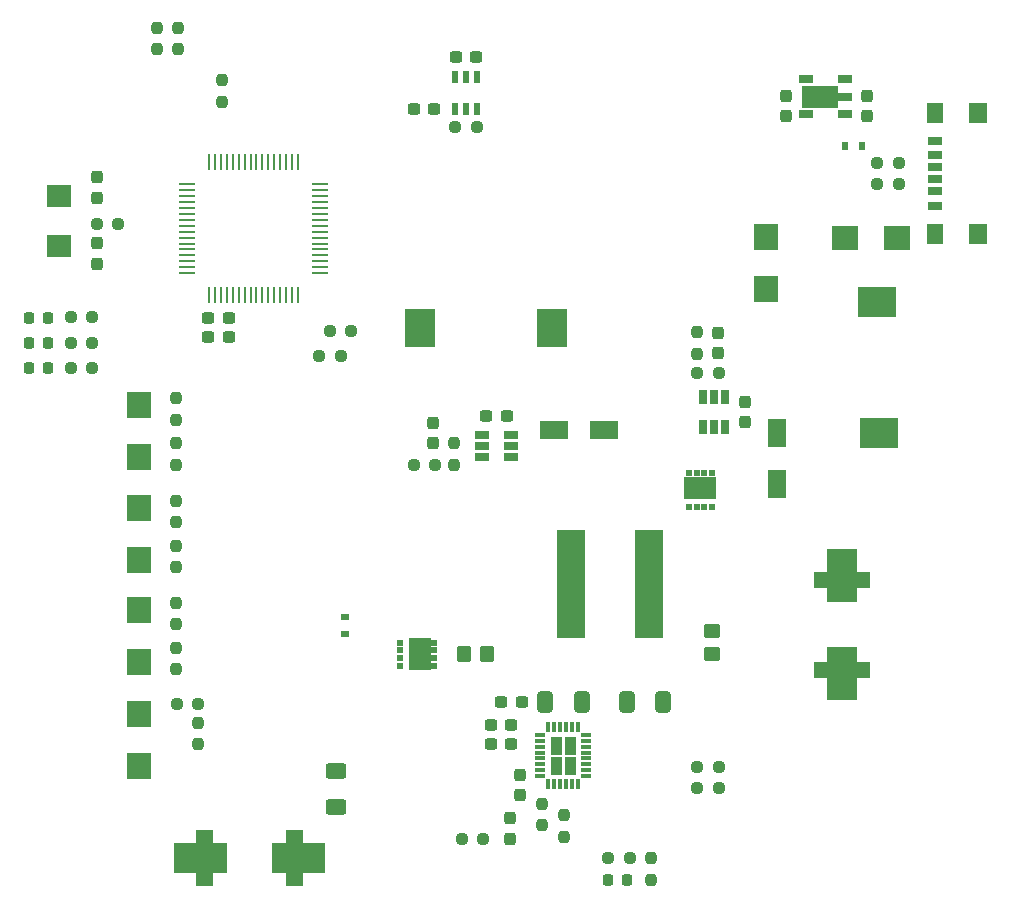
<source format=gtp>
G04 #@! TF.GenerationSoftware,KiCad,Pcbnew,7.0.2-6a45011f42~172~ubuntu20.04.1*
G04 #@! TF.CreationDate,2023-05-04T18:05:18+02:00*
G04 #@! TF.ProjectId,EPS,4550532e-6b69-4636-9164-5f7063625858,v1.0.1*
G04 #@! TF.SameCoordinates,Original*
G04 #@! TF.FileFunction,Paste,Top*
G04 #@! TF.FilePolarity,Positive*
%FSLAX46Y46*%
G04 Gerber Fmt 4.6, Leading zero omitted, Abs format (unit mm)*
G04 Created by KiCad (PCBNEW 7.0.2-6a45011f42~172~ubuntu20.04.1) date 2023-05-04 18:05:18*
%MOMM*%
%LPD*%
G01*
G04 APERTURE LIST*
G04 Aperture macros list*
%AMRoundRect*
0 Rectangle with rounded corners*
0 $1 Rounding radius*
0 $2 $3 $4 $5 $6 $7 $8 $9 X,Y pos of 4 corners*
0 Add a 4 corners polygon primitive as box body*
4,1,4,$2,$3,$4,$5,$6,$7,$8,$9,$2,$3,0*
0 Add four circle primitives for the rounded corners*
1,1,$1+$1,$2,$3*
1,1,$1+$1,$4,$5*
1,1,$1+$1,$6,$7*
1,1,$1+$1,$8,$9*
0 Add four rect primitives between the rounded corners*
20,1,$1+$1,$2,$3,$4,$5,0*
20,1,$1+$1,$4,$5,$6,$7,0*
20,1,$1+$1,$6,$7,$8,$9,0*
20,1,$1+$1,$8,$9,$2,$3,0*%
G04 Aperture macros list end*
%ADD10C,0.010000*%
%ADD11RoundRect,0.237500X-0.237500X0.300000X-0.237500X-0.300000X0.237500X-0.300000X0.237500X0.300000X0*%
%ADD12RoundRect,0.237500X-0.237500X0.250000X-0.237500X-0.250000X0.237500X-0.250000X0.237500X0.250000X0*%
%ADD13R,2.350000X1.550000*%
%ADD14R,2.390000X9.210000*%
%ADD15RoundRect,0.237500X0.300000X0.237500X-0.300000X0.237500X-0.300000X-0.237500X0.300000X-0.237500X0*%
%ADD16RoundRect,0.237500X0.250000X0.237500X-0.250000X0.237500X-0.250000X-0.237500X0.250000X-0.237500X0*%
%ADD17R,1.250000X0.650000*%
%ADD18RoundRect,0.237500X0.237500X-0.250000X0.237500X0.250000X-0.237500X0.250000X-0.237500X-0.250000X0*%
%ADD19RoundRect,0.218750X-0.218750X-0.256250X0.218750X-0.256250X0.218750X0.256250X-0.218750X0.256250X0*%
%ADD20R,0.600000X0.700000*%
%ADD21RoundRect,0.250000X-0.412500X-0.650000X0.412500X-0.650000X0.412500X0.650000X-0.412500X0.650000X0*%
%ADD22RoundRect,0.237500X0.237500X-0.300000X0.237500X0.300000X-0.237500X0.300000X-0.237500X-0.300000X0*%
%ADD23R,0.470000X0.500000*%
%ADD24R,0.470000X0.550000*%
%ADD25R,2.700000X1.850000*%
%ADD26RoundRect,0.250000X-0.450000X0.350000X-0.450000X-0.350000X0.450000X-0.350000X0.450000X0.350000X0*%
%ADD27R,1.200000X0.700000*%
%ADD28R,1.200000X0.760000*%
%ADD29R,1.200000X0.800000*%
%ADD30R,1.350000X1.800000*%
%ADD31R,1.500000X1.800000*%
%ADD32RoundRect,0.250000X-0.350000X-0.450000X0.350000X-0.450000X0.350000X0.450000X-0.350000X0.450000X0*%
%ADD33RoundRect,0.018900X-0.411100X-0.116100X0.411100X-0.116100X0.411100X0.116100X-0.411100X0.116100X0*%
%ADD34RoundRect,0.018900X0.116100X-0.411100X0.116100X0.411100X-0.116100X0.411100X-0.116100X-0.411100X0*%
%ADD35RoundRect,0.018900X0.411100X0.116100X-0.411100X0.116100X-0.411100X-0.116100X0.411100X-0.116100X0*%
%ADD36RoundRect,0.018900X-0.116100X0.411100X-0.116100X-0.411100X0.116100X-0.411100X0.116100X0.411100X0*%
%ADD37R,3.200000X2.600000*%
%ADD38RoundRect,0.237500X-0.250000X-0.237500X0.250000X-0.237500X0.250000X0.237500X-0.250000X0.237500X0*%
%ADD39RoundRect,0.237500X-0.300000X-0.237500X0.300000X-0.237500X0.300000X0.237500X-0.300000X0.237500X0*%
%ADD40R,2.200000X2.150000*%
%ADD41R,0.650000X1.250000*%
%ADD42R,2.150000X2.200000*%
%ADD43R,1.200000X0.680000*%
%ADD44R,3.050000X1.930000*%
%ADD45R,1.550000X2.350000*%
%ADD46R,2.108200X1.879600*%
%ADD47R,0.700000X0.600000*%
%ADD48RoundRect,0.250000X0.412500X0.650000X-0.412500X0.650000X-0.412500X-0.650000X0.412500X-0.650000X0*%
%ADD49R,0.550000X1.000000*%
%ADD50RoundRect,0.250000X-0.625000X0.400000X-0.625000X-0.400000X0.625000X-0.400000X0.625000X0.400000X0*%
%ADD51R,1.473200X0.279400*%
%ADD52R,0.279400X1.473200*%
%ADD53R,0.500000X0.470000*%
%ADD54R,0.550000X0.470000*%
%ADD55R,1.850000X2.700000*%
%ADD56R,2.600000X3.200000*%
G04 APERTURE END LIST*
D10*
X153464100Y-128779600D02*
X152584100Y-128779600D01*
X152584100Y-127399600D01*
X153464100Y-127399600D01*
X153464100Y-128779600D01*
G36*
X153464100Y-128779600D02*
G01*
X152584100Y-128779600D01*
X152584100Y-127399600D01*
X153464100Y-127399600D01*
X153464100Y-128779600D01*
G37*
X154644100Y-127099600D02*
X153764100Y-127099600D01*
X153764100Y-125719600D01*
X154644100Y-125719600D01*
X154644100Y-127099600D01*
G36*
X154644100Y-127099600D02*
G01*
X153764100Y-127099600D01*
X153764100Y-125719600D01*
X154644100Y-125719600D01*
X154644100Y-127099600D01*
G37*
X154644100Y-128779600D02*
X153764100Y-128779600D01*
X153764100Y-127399600D01*
X154644100Y-127399600D01*
X154644100Y-128779600D01*
G36*
X154644100Y-128779600D02*
G01*
X153764100Y-128779600D01*
X153764100Y-127399600D01*
X154644100Y-127399600D01*
X154644100Y-128779600D01*
G37*
X153464100Y-127099600D02*
X152584100Y-127099600D01*
X152584100Y-125719600D01*
X153464100Y-125719600D01*
X153464100Y-127099600D01*
G36*
X153464100Y-127099600D02*
G01*
X152584100Y-127099600D01*
X152584100Y-125719600D01*
X153464100Y-125719600D01*
X153464100Y-127099600D01*
G37*
X123887100Y-134614600D02*
X125087100Y-134614600D01*
X125087100Y-137114600D01*
X123887100Y-137114600D01*
X123887100Y-138214600D01*
X122587100Y-138214600D01*
X122587100Y-137114600D01*
X120687100Y-137114600D01*
X120687100Y-134614600D01*
X122587100Y-134614600D01*
X122587100Y-133514600D01*
X123887100Y-133514600D01*
X123887100Y-134614600D01*
G36*
X123887100Y-134614600D02*
G01*
X125087100Y-134614600D01*
X125087100Y-137114600D01*
X123887100Y-137114600D01*
X123887100Y-138214600D01*
X122587100Y-138214600D01*
X122587100Y-137114600D01*
X120687100Y-137114600D01*
X120687100Y-134614600D01*
X122587100Y-134614600D01*
X122587100Y-133514600D01*
X123887100Y-133514600D01*
X123887100Y-134614600D01*
G37*
X131487100Y-134614600D02*
X133387100Y-134614600D01*
X133387100Y-137114600D01*
X131487100Y-137114600D01*
X131487100Y-138214600D01*
X130187100Y-138214600D01*
X130187100Y-137114600D01*
X128987100Y-137114600D01*
X128987100Y-134614600D01*
X130187100Y-134614600D01*
X130187100Y-133514600D01*
X131487100Y-133514600D01*
X131487100Y-134614600D01*
G36*
X131487100Y-134614600D02*
G01*
X133387100Y-134614600D01*
X133387100Y-137114600D01*
X131487100Y-137114600D01*
X131487100Y-138214600D01*
X130187100Y-138214600D01*
X130187100Y-137114600D01*
X128987100Y-137114600D01*
X128987100Y-134614600D01*
X130187100Y-134614600D01*
X130187100Y-133514600D01*
X131487100Y-133514600D01*
X131487100Y-134614600D01*
G37*
X178452100Y-119294600D02*
X179552100Y-119294600D01*
X179552100Y-120594600D01*
X178452100Y-120594600D01*
X178452100Y-122494600D01*
X175952100Y-122494600D01*
X175952100Y-120594600D01*
X174852100Y-120594600D01*
X174852100Y-119294600D01*
X175952100Y-119294600D01*
X175952100Y-118094600D01*
X178452100Y-118094600D01*
X178452100Y-119294600D01*
G36*
X178452100Y-119294600D02*
G01*
X179552100Y-119294600D01*
X179552100Y-120594600D01*
X178452100Y-120594600D01*
X178452100Y-122494600D01*
X175952100Y-122494600D01*
X175952100Y-120594600D01*
X174852100Y-120594600D01*
X174852100Y-119294600D01*
X175952100Y-119294600D01*
X175952100Y-118094600D01*
X178452100Y-118094600D01*
X178452100Y-119294600D01*
G37*
X178452100Y-111694600D02*
X179552100Y-111694600D01*
X179552100Y-112994600D01*
X178452100Y-112994600D01*
X178452100Y-114194600D01*
X175952100Y-114194600D01*
X175952100Y-112994600D01*
X174852100Y-112994600D01*
X174852100Y-111694600D01*
X175952100Y-111694600D01*
X175952100Y-109794600D01*
X178452100Y-109794600D01*
X178452100Y-111694600D01*
G36*
X178452100Y-111694600D02*
G01*
X179552100Y-111694600D01*
X179552100Y-112994600D01*
X178452100Y-112994600D01*
X178452100Y-114194600D01*
X175952100Y-114194600D01*
X175952100Y-112994600D01*
X174852100Y-112994600D01*
X174852100Y-111694600D01*
X175952100Y-111694600D01*
X175952100Y-109794600D01*
X178452100Y-109794600D01*
X178452100Y-111694600D01*
G37*
D11*
X166788100Y-91467600D03*
X166788100Y-93192600D03*
D12*
X121068100Y-65610100D03*
X121068100Y-67435100D03*
D11*
X149135100Y-132554100D03*
X149135100Y-134279100D03*
D13*
X152827100Y-99669600D03*
X157127100Y-99669600D03*
D12*
X153709600Y-132321100D03*
X153709600Y-134146100D03*
D11*
X150024100Y-128871100D03*
X150024100Y-130596100D03*
D14*
X154268300Y-112715600D03*
X160918300Y-112715600D03*
D15*
X125308800Y-91821000D03*
X123583800Y-91821000D03*
D16*
X166797100Y-128233600D03*
X164972100Y-128233600D03*
D17*
X146742100Y-100126600D03*
X146742100Y-101066600D03*
X146742100Y-102006600D03*
X149242100Y-102006600D03*
X149242100Y-101066600D03*
X149242100Y-100126600D03*
D18*
X122717100Y-126312100D03*
X122717100Y-124487100D03*
D19*
X108432500Y-90170000D03*
X110007500Y-90170000D03*
D20*
X177518100Y-75641200D03*
X178918100Y-75641200D03*
D21*
X152068400Y-122748600D03*
X155193400Y-122748600D03*
D18*
X120825900Y-102623700D03*
X120825900Y-100798700D03*
D12*
X124751100Y-70055100D03*
X124751100Y-71880100D03*
D22*
X179361100Y-73100100D03*
X179361100Y-71375100D03*
D23*
X164289100Y-106238200D03*
X164939100Y-106238200D03*
X165589100Y-106238200D03*
X166239100Y-106238200D03*
D24*
X166239100Y-103362200D03*
X165589100Y-103362200D03*
X164939100Y-103362200D03*
X164289100Y-103362200D03*
D25*
X165264100Y-104562200D03*
D26*
X166280100Y-116668600D03*
X166280100Y-118668600D03*
D27*
X185091600Y-78452600D03*
D28*
X185091600Y-76432600D03*
D29*
X185091600Y-75202600D03*
D27*
X185091600Y-77452600D03*
D28*
X185091600Y-79472600D03*
D29*
X185091600Y-80702600D03*
D30*
X185146600Y-83077600D03*
D31*
X188726600Y-83077600D03*
X188726600Y-72827600D03*
D30*
X185146600Y-72827600D03*
D16*
X159273100Y-135930600D03*
X157448100Y-135930600D03*
D12*
X120825900Y-96988700D03*
X120825900Y-98813700D03*
D32*
X145214100Y-118640200D03*
X147214100Y-118640200D03*
D18*
X151884600Y-133146100D03*
X151884600Y-131321100D03*
D33*
X151679100Y-125499600D03*
X151679100Y-125999600D03*
X151679100Y-126499600D03*
X151679100Y-126999600D03*
X151679100Y-127499600D03*
X151679100Y-127999600D03*
X151679100Y-128499600D03*
X151679100Y-128999600D03*
D34*
X152364100Y-129684600D03*
X152864100Y-129684600D03*
X153364100Y-129684600D03*
X153864100Y-129684600D03*
X154364100Y-129684600D03*
X154864100Y-129684600D03*
D35*
X155549100Y-128999600D03*
X155549100Y-128499600D03*
X155549100Y-127999600D03*
X155549100Y-127499600D03*
X155549100Y-126999600D03*
X155549100Y-126499600D03*
X155549100Y-125999600D03*
X155549100Y-125499600D03*
D36*
X154864100Y-124814600D03*
X154364100Y-124814600D03*
X153864100Y-124814600D03*
X153364100Y-124814600D03*
X152864100Y-124814600D03*
X152364100Y-124814600D03*
D15*
X149235600Y-126233600D03*
X147510600Y-126233600D03*
D16*
X182051600Y-77063600D03*
X180226600Y-77063600D03*
D37*
X180376340Y-99977600D03*
X180250100Y-88877600D03*
D12*
X161073100Y-135933100D03*
X161073100Y-137758100D03*
D38*
X144505000Y-74064800D03*
X146330000Y-74064800D03*
D22*
X114133900Y-80034300D03*
X114133900Y-78309300D03*
D38*
X164986600Y-94843600D03*
X166811600Y-94843600D03*
D39*
X144555000Y-68121200D03*
X146280000Y-68121200D03*
D18*
X119290100Y-67435100D03*
X119290100Y-65610100D03*
D40*
X177482100Y-83462800D03*
X181882100Y-83462800D03*
D16*
X146872600Y-134305600D03*
X145047600Y-134305600D03*
D11*
X169074100Y-97283100D03*
X169074100Y-99008100D03*
D15*
X149235600Y-124653600D03*
X147510600Y-124653600D03*
D41*
X167347100Y-96921000D03*
X166407100Y-96921000D03*
X165467100Y-96921000D03*
X165467100Y-99421000D03*
X166407100Y-99421000D03*
X167347100Y-99421000D03*
D11*
X114133900Y-83897300D03*
X114133900Y-85622300D03*
D22*
X172503100Y-73100100D03*
X172503100Y-71375100D03*
D18*
X120849100Y-119962100D03*
X120849100Y-118137100D03*
D16*
X166797100Y-129963600D03*
X164972100Y-129963600D03*
D42*
X117750300Y-119344600D03*
X117750300Y-114944600D03*
X117750300Y-110708600D03*
X117750300Y-106308600D03*
D11*
X142658100Y-99061100D03*
X142658100Y-100786100D03*
D38*
X120915600Y-122859600D03*
X122740600Y-122859600D03*
D19*
X108444100Y-94462600D03*
X110019100Y-94462600D03*
D38*
X132982600Y-93446600D03*
X134807600Y-93446600D03*
D16*
X113776400Y-90144600D03*
X111951400Y-90144600D03*
D18*
X144436100Y-102614100D03*
X144436100Y-100789100D03*
D15*
X150124600Y-122748600D03*
X148399600Y-122748600D03*
D43*
X177536100Y-72975600D03*
D28*
X177536100Y-71475600D03*
D43*
X177536100Y-69975600D03*
X174236100Y-69975600D03*
X174236100Y-72975600D03*
D44*
X175411100Y-71475600D03*
D16*
X115960800Y-82219800D03*
X114135800Y-82219800D03*
D45*
X171741100Y-99958000D03*
X171741100Y-104258000D03*
D42*
X117750300Y-101986600D03*
X117750300Y-97586600D03*
D46*
X110958900Y-84086700D03*
X110958900Y-79844900D03*
D18*
X120849100Y-111326100D03*
X120849100Y-109501100D03*
D16*
X113776400Y-94462600D03*
X111951400Y-94462600D03*
X182051600Y-78841600D03*
X180226600Y-78841600D03*
D47*
X135165100Y-116930400D03*
X135165100Y-115530400D03*
D48*
X162127600Y-122748600D03*
X159002600Y-122748600D03*
D49*
X146367500Y-69793800D03*
X145417500Y-69793800D03*
X144467500Y-69793800D03*
X144467500Y-72493800D03*
X145417500Y-72493800D03*
X146367500Y-72493800D03*
D39*
X140973600Y-72515400D03*
X142698600Y-72515400D03*
D16*
X135697100Y-91287600D03*
X133872100Y-91287600D03*
D50*
X134403100Y-128533600D03*
X134403100Y-131633600D03*
D19*
X157440800Y-137769600D03*
X159015800Y-137769600D03*
D51*
X121792000Y-78901600D03*
X121792000Y-79401599D03*
X121792000Y-79901600D03*
X121792000Y-80401599D03*
X121792000Y-80901601D03*
X121792000Y-81401600D03*
X121792000Y-81901599D03*
X121792000Y-82401600D03*
X121792000Y-82901600D03*
X121792000Y-83401601D03*
X121792000Y-83901600D03*
X121792000Y-84401599D03*
X121792000Y-84901601D03*
X121792000Y-85401600D03*
X121792000Y-85901601D03*
X121792000Y-86401600D03*
D52*
X123668100Y-88277700D03*
X124168099Y-88277700D03*
X124668100Y-88277700D03*
X125168099Y-88277700D03*
X125668101Y-88277700D03*
X126168100Y-88277700D03*
X126668099Y-88277700D03*
X127168100Y-88277700D03*
X127668100Y-88277700D03*
X128168101Y-88277700D03*
X128668100Y-88277700D03*
X129168099Y-88277700D03*
X129668101Y-88277700D03*
X130168100Y-88277700D03*
X130668101Y-88277700D03*
X131168100Y-88277700D03*
D51*
X133044200Y-86401600D03*
X133044200Y-85901601D03*
X133044200Y-85401600D03*
X133044200Y-84901601D03*
X133044200Y-84401599D03*
X133044200Y-83901600D03*
X133044200Y-83401601D03*
X133044200Y-82901600D03*
X133044200Y-82401600D03*
X133044200Y-81901599D03*
X133044200Y-81401600D03*
X133044200Y-80901601D03*
X133044200Y-80401599D03*
X133044200Y-79901600D03*
X133044200Y-79401599D03*
X133044200Y-78901600D03*
D52*
X131168100Y-77025500D03*
X130668101Y-77025500D03*
X130168100Y-77025500D03*
X129668101Y-77025500D03*
X129168099Y-77025500D03*
X128668100Y-77025500D03*
X128168101Y-77025500D03*
X127668100Y-77025500D03*
X127168100Y-77025500D03*
X126668099Y-77025500D03*
X126168100Y-77025500D03*
X125668101Y-77025500D03*
X125168099Y-77025500D03*
X124668100Y-77025500D03*
X124168099Y-77025500D03*
X123668100Y-77025500D03*
D12*
X120849100Y-114327100D03*
X120849100Y-116152100D03*
D15*
X125308800Y-90220800D03*
X123583800Y-90220800D03*
D42*
X170797100Y-83353600D03*
X170797100Y-87753600D03*
D12*
X165010100Y-91417600D03*
X165010100Y-93242600D03*
D38*
X140983600Y-102616000D03*
X142808600Y-102616000D03*
D53*
X139859100Y-117690600D03*
X139859100Y-118340600D03*
X139859100Y-118990600D03*
X139859100Y-119640600D03*
D54*
X142735100Y-119640600D03*
X142735100Y-118990600D03*
X142735100Y-118340600D03*
X142735100Y-117690600D03*
D55*
X141535100Y-118665600D03*
D12*
X120833100Y-105691100D03*
X120833100Y-107516100D03*
D19*
X108444100Y-92303600D03*
X110019100Y-92303600D03*
D56*
X152653100Y-91033600D03*
X141553100Y-91033600D03*
D42*
X117750300Y-128107600D03*
X117750300Y-123707600D03*
D39*
X147129600Y-98526600D03*
X148854600Y-98526600D03*
D16*
X113776400Y-92303600D03*
X111951400Y-92303600D03*
M02*

</source>
